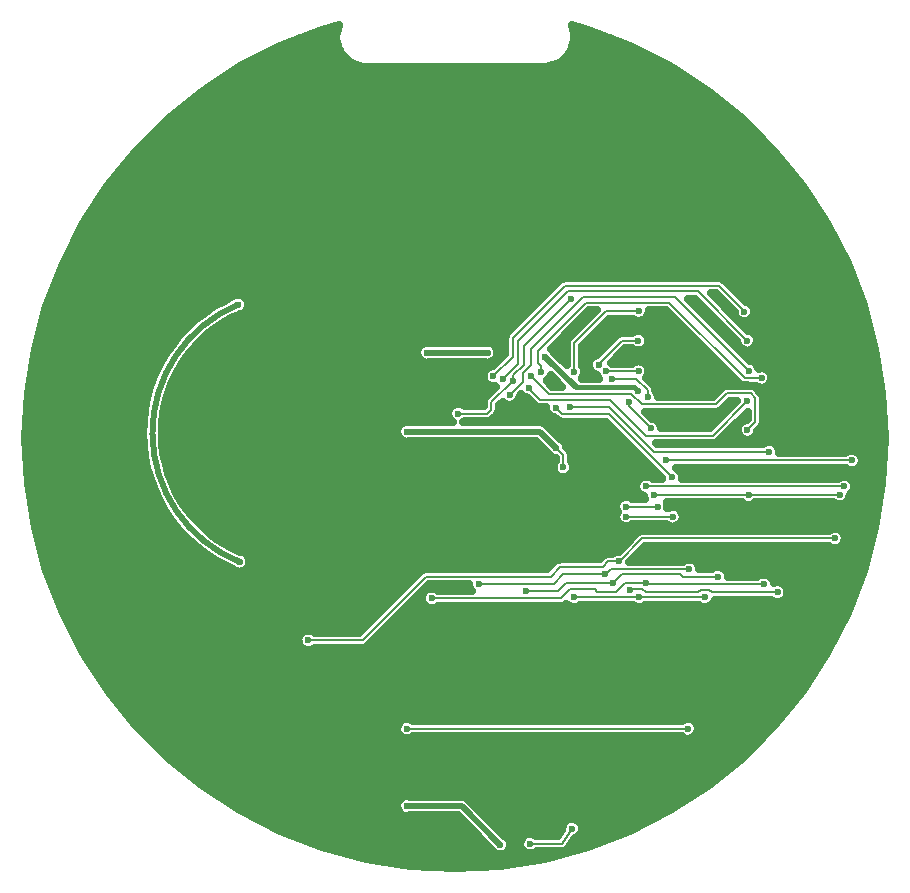
<source format=gbr>
%TF.GenerationSoftware,Novarm,DipTrace,3.0.0.2*%
%TF.CreationDate,2016-12-19T10:05:57+01:00*%
%FSLAX26Y26*%
%MOIN*%
%TF.FileFunction,Copper,L2,Bot*%
%TF.Part,Single*%
%TA.AperFunction,Conductor*%
%ADD13C,0.007874*%
%ADD14C,0.019685*%
%ADD15C,0.015748*%
%TA.AperFunction,CopperBalancing*%
%ADD16C,0.025*%
%TA.AperFunction,ViaPad*%
%ADD41C,0.023622*%
G75*
G01*
%LPD*%
X2297073Y1592756D2*
D13*
X2258119Y1631710D1*
Y1844545D1*
X2096417Y2509085D2*
X2070751D1*
X2296337D1*
X2432122Y2644870D1*
X2032951Y2322559D2*
X2070751Y2360358D1*
Y2509085D1*
X1887092Y2103823D2*
X1948777D1*
X1995655D1*
X2039762Y2147930D1*
Y2322559D1*
X2032951D1*
X1948777Y2103823D2*
Y2024783D1*
X1966172Y1975609D2*
X1929755D1*
X1880580Y2024783D1*
X1948777D1*
X1633177Y1889024D2*
D14*
X1763001Y2018848D1*
X1948777D1*
D13*
Y2024783D1*
X1793554Y813228D2*
X1635593D1*
X1793554D2*
X1949798D1*
X1776856Y2155421D2*
D14*
X1978343D1*
X2480736Y2027161D2*
D15*
X2467707Y2040190D1*
X2272033D1*
D14*
X2170623Y2141600D1*
X2206865Y1837832D2*
X2152514Y1892184D1*
X1709824D1*
Y644001D2*
X1891955D1*
X2020079Y515878D1*
X1151429Y1458286D2*
G02X1147692Y2315941I172626J429588D01*
G01*
X2231113Y1772769D2*
D13*
Y1813585D1*
X2206865Y1837832D1*
X2646516Y901669D2*
X1709824D1*
X2156738Y2089606D2*
Y2110734D1*
X2145197Y2122274D1*
Y2160497D1*
X2306785Y2322085D1*
X2584039D1*
X2835007Y2071118D1*
X2891592D1*
X1950417Y1384920D2*
X2199988D1*
X2231139Y1416071D1*
X2370364D1*
Y1414844D1*
X2388339Y1432819D1*
X2650757D1*
X2052640Y2014336D2*
X2096101Y2057797D1*
Y2088248D1*
X2122470Y2114615D1*
Y2166491D1*
X2296720Y2340741D1*
X2603635D1*
X2849163Y2095214D1*
X2834555Y2292614D2*
X2835486D1*
X2750268Y2377832D1*
X2235312D1*
X2062325Y2204845D1*
Y2142255D1*
X1997812Y2077741D1*
X2114988Y2038583D2*
X2114050D1*
X2154583Y1998050D1*
X2387079D1*
X2506269Y1878860D1*
X2729224D1*
X2844612Y1994247D1*
X2123139Y2078382D2*
X2184106Y2017415D1*
X2456988D1*
X2491377Y1983026D1*
X2739184D1*
X2775731Y2019573D1*
X2854887D1*
X2869974Y2004487D1*
Y1923446D1*
X2844612Y1898084D1*
X2267030Y2090896D2*
Y2187000D1*
X2374098Y2294068D1*
X2481811D1*
X2028196Y2068059D2*
X2079403Y2119266D1*
Y2194270D1*
X2245327Y2360194D1*
X2679098D1*
X2843831Y2195462D1*
X2348482Y2114419D2*
Y2117000D1*
X2427236Y2195755D1*
X2481097D1*
X2372850Y2093933D2*
X2481762D1*
X2393516Y2069025D2*
X2473097D1*
X2511787Y2030335D1*
Y2008445D1*
X2449062Y1990945D2*
Y1976773D1*
X2522854Y1902980D1*
X2574503Y1796115D2*
X3192367D1*
X2107898Y1361080D2*
X2213041D1*
X2239291Y1387331D1*
X2395546D1*
X2424819Y1416602D1*
X2619915D1*
X2628189Y1408328D1*
X2747822D1*
X2439799Y1642192D2*
X2544732D1*
X2416066Y1459453D2*
X2380234D1*
X2362033Y1441252D1*
X2220845D1*
X2188209Y1408615D1*
X1773984D1*
X1561567Y1196198D1*
X1380585D1*
X2416066Y1459453D2*
Y1458252D1*
X2494285Y1536471D1*
X3136504D1*
X2452173Y1364175D2*
Y1367453D1*
X2494551D1*
X2505839Y1356165D1*
X2680657D1*
X2689463Y1364971D1*
X2717715D1*
X2725710Y1356975D1*
X2944697D1*
X2254270Y1974322D2*
X2384161D1*
X2533803Y1824680D1*
X2917484D1*
X2507080Y1709718D2*
X3167858D1*
X1792937Y1336461D2*
X2223895D1*
X2253794Y1366360D1*
X2336396D1*
X2344042Y1358714D1*
X2404844D1*
X2435427Y1389297D1*
X2507080D1*
X2899306Y1383714D2*
X2507080D1*
Y1389297D1*
X2120079Y518144D2*
X2227369D1*
X2259356Y568790D1*
X3151971Y1682047D2*
X2989108D1*
X2849047Y1681172D1*
X2532315D1*
X2265378Y1340089D2*
X2483266D1*
X2702997D1*
X2206844Y1971438D2*
X2227627Y1950656D1*
X2382689D1*
X2592681Y1740664D1*
X2439799Y1608793D2*
X2595504D1*
X2061575Y2060652D2*
X2064060Y2063138D1*
Y2080236D1*
X2099828Y2116004D1*
Y2179041D1*
X2254816Y2334029D1*
X1880303Y1951450D2*
X1976354D1*
X1990723Y1965819D1*
Y1989801D1*
X2061575Y2060652D1*
D41*
X2297073Y1592756D3*
X2258119Y1844545D3*
X2096417Y2509085D3*
X2432122Y2644870D3*
X2032951Y2322559D3*
X1887092Y2103823D3*
X2032951Y2322559D3*
X1948777Y2024783D3*
X1966172Y1975609D3*
X1633177Y1889024D3*
X1793554Y813228D3*
X1635593D3*
X1949798D3*
X1793554D3*
X1776856Y2155421D3*
X1978343D3*
X2170623Y2141600D3*
X2480736Y2027161D3*
X2206865Y1837832D3*
X1709824Y1892184D3*
Y644001D3*
X2020079Y515878D3*
X1709824Y1892184D3*
X1151429Y1458286D3*
X1147692Y2315941D3*
X2231113Y1772769D3*
X2206865Y1837832D3*
X2646516Y901669D3*
X1709824D3*
X2156738Y2089606D3*
X2891592Y2071118D3*
X1950417Y1384920D3*
X2370364Y1416071D3*
X2650757Y1432819D3*
X2052640Y2014336D3*
X2849163Y2095214D3*
X2834555Y2292614D3*
X1997812Y2077741D3*
X2114988Y2038583D3*
X2844612Y1994247D3*
X2123139Y2078382D3*
X2844612Y1898084D3*
X2267030Y2090896D3*
X2481811Y2294068D3*
X2028196Y2068059D3*
X2843831Y2195462D3*
X2348482Y2114419D3*
X2481097Y2195755D3*
X2372850Y2093933D3*
X2481762D3*
X2393516Y2069025D3*
X2511787Y2008445D3*
X2449062Y1990945D3*
X2522854Y1902980D3*
X2574503Y1796115D3*
X3192367D3*
X2107898Y1361080D3*
X2395546Y1387331D3*
X2747822Y1408328D3*
X2439799Y1642192D3*
X2544732D3*
X2416066Y1459453D3*
X1380585Y1196198D3*
X3136504Y1536471D3*
X2416066Y1459453D3*
X2944697Y1356975D3*
X2452173Y1364175D3*
X2254270Y1974322D3*
X2917484Y1824680D3*
X2507080Y1709718D3*
X3167858D3*
X1792937Y1336461D3*
X2507080Y1389297D3*
X2899306Y1383714D3*
X2120079Y518144D3*
X2259356Y568790D3*
X3151971Y1682047D3*
X2532315Y1681172D3*
X2849047D3*
X2265378Y1340089D3*
X2702997D3*
X2483266D3*
X2206844Y1971438D3*
X2592681Y1740664D3*
X2439799Y1608793D3*
X2595504D3*
X2061575Y2060652D3*
X2254816Y2334029D3*
X1880303Y1951450D3*
X2061575Y2060652D3*
X1418293Y3227811D2*
D16*
X1474768D1*
X2266145D2*
X2321887D1*
X1353498Y3202942D2*
X1471545D1*
X2269416D2*
X2386682D1*
X1289045Y3178073D2*
X1477844D1*
X2263117D2*
X2451135D1*
X1240217Y3153205D2*
X1487903D1*
X2253059D2*
X2499914D1*
X1191389Y3128336D2*
X1512268D1*
X2228694D2*
X2548742D1*
X1145588Y3103467D2*
X2594592D1*
X1107307Y3078598D2*
X2632873D1*
X1068977Y3053730D2*
X2671155D1*
X1030696Y3028861D2*
X2709485D1*
X999983Y3003992D2*
X2740198D1*
X969270Y2979123D2*
X2770910D1*
X938557Y2954255D2*
X2801574D1*
X909065Y2929386D2*
X2831115D1*
X884162Y2904517D2*
X2855969D1*
X859309Y2879648D2*
X2880823D1*
X834455Y2854780D2*
X2905725D1*
X809602Y2829911D2*
X2930578D1*
X789192Y2805042D2*
X2950989D1*
X769026Y2780173D2*
X2971106D1*
X748908Y2755304D2*
X2991272D1*
X728742Y2730436D2*
X3011389D1*
X709651Y2705567D2*
X3030530D1*
X693489Y2680698D2*
X3046643D1*
X677326Y2655829D2*
X3062805D1*
X661213Y2630961D2*
X3078967D1*
X645051Y2606092D2*
X3095129D1*
X629573Y2581223D2*
X3110559D1*
X616926Y2556354D2*
X3123254D1*
X604231Y2531486D2*
X3135901D1*
X591584Y2506617D2*
X3148596D1*
X578889Y2481748D2*
X3161242D1*
X566242Y2456879D2*
X3173938D1*
X556184Y2432010D2*
X3183996D1*
X546614Y2407142D2*
X3193567D1*
X537092Y2382273D2*
X2201770D1*
X2783821D2*
X3203088D1*
X527522Y2357404D2*
X2176916D1*
X2808674D2*
X3212658D1*
X518000Y2332535D2*
X1107043D1*
X1178694D2*
X2152063D1*
X2649836D2*
X2668762D1*
X2744709D2*
X2757555D1*
X2833528D2*
X3222180D1*
X509016Y2307667D2*
X1061389D1*
X1182112D2*
X2127160D1*
X2674690D2*
X2693664D1*
X2769612D2*
X2782461D1*
X2866389D2*
X3231164D1*
X502326Y2282798D2*
X1025207D1*
X1152278D2*
X2102307D1*
X2305451D2*
X2324865D1*
X2515315D2*
X2585364D1*
X2699543D2*
X2718518D1*
X2868537D2*
X3237805D1*
X495686Y2257929D2*
X994690D1*
X1103938D2*
X2077453D1*
X2280598D2*
X2299963D1*
X2375959D2*
X2610217D1*
X2724446D2*
X2743371D1*
X2819319D2*
X3244494D1*
X489045Y2233060D2*
X968420D1*
X1067268D2*
X2052551D1*
X2255744D2*
X2275110D1*
X2351057D2*
X2635071D1*
X2749299D2*
X2768274D1*
X2844221D2*
X3251135D1*
X482356Y2208192D2*
X945520D1*
X1037190D2*
X2034973D1*
X2230891D2*
X2250256D1*
X2326203D2*
X2401721D1*
X2514143D2*
X2659973D1*
X2774153D2*
X2793127D1*
X2876740D2*
X3257776D1*
X475715Y2183323D2*
X925940D1*
X1011897D2*
X1756799D1*
X1998420D2*
X2034729D1*
X2205989D2*
X2239465D1*
X2301350D2*
X2376819D1*
X2514143D2*
X2684826D1*
X2799006D2*
X2810657D1*
X2876985D2*
X3264465D1*
X470051Y2158454D2*
X908703D1*
X990266D2*
X1741516D1*
X2013655D2*
X2034729D1*
X2201448D2*
X2239465D1*
X2294612D2*
X2351965D1*
X2427912D2*
X2709680D1*
X2823908D2*
X3270080D1*
X466145Y2133585D2*
X893420D1*
X971614D2*
X1749670D1*
X2005549D2*
X2015676D1*
X2224983D2*
X2239465D1*
X2294612D2*
X2319153D1*
X2403059D2*
X2734582D1*
X2848762D2*
X3274035D1*
X462190Y2108717D2*
X879797D1*
X955500D2*
X1983996D1*
X2297248D2*
X2313489D1*
X2513752D2*
X2759436D1*
X2881721D2*
X3277990D1*
X458235Y2083848D2*
X868371D1*
X941633D2*
X1962903D1*
X2301740D2*
X2333606D1*
X2515657D2*
X2784289D1*
X2924494D2*
X3281897D1*
X454328Y2058979D2*
X858557D1*
X930158D2*
X1968176D1*
X2180500D2*
X2206897D1*
X2521125D2*
X2809192D1*
X2924739D2*
X3285852D1*
X450373Y2034110D2*
X849914D1*
X920442D2*
X1997033D1*
X2539094D2*
X2752307D1*
X2878303D2*
X3289807D1*
X447541Y2009241D2*
X842981D1*
X912287D2*
X1972180D1*
X2087727D2*
X2097419D1*
X2547248D2*
X2727405D1*
X2897102D2*
X3292590D1*
X446223Y1984373D2*
X837463D1*
X905647D2*
X1963147D1*
X2023274D2*
X2036389D1*
X2068879D2*
X2130285D1*
X2778498D2*
X2796747D1*
X2897541D2*
X3293908D1*
X444953Y1959504D2*
X832922D1*
X900764D2*
X1845813D1*
X2017512D2*
X2173596D1*
X2750422D2*
X2771887D1*
X2897541D2*
X3295227D1*
X443635Y1934635D2*
X830090D1*
X897444D2*
X1849426D1*
X1997492D2*
X2205676D1*
X2534602D2*
X2747033D1*
X2822981D2*
X2842395D1*
X2897541D2*
X3296496D1*
X442317Y1909766D2*
X828430D1*
X895442D2*
X1679455D1*
X2181282D2*
X2385608D1*
X2557600D2*
X2722131D1*
X2798127D2*
X2811291D1*
X2893489D2*
X3297815D1*
X441047Y1884898D2*
X827600D1*
X894660D2*
X1675158D1*
X2206135D2*
X2410461D1*
X2773225D2*
X2811877D1*
X2877326D2*
X3299133D1*
X440803Y1860029D2*
X828674D1*
X895735D2*
X1700012D1*
X1719617D2*
X2138342D1*
X2233723D2*
X2435364D1*
X2748274D2*
X3299377D1*
X442073Y1835160D2*
X830725D1*
X898176D2*
X2163196D1*
X2247492D2*
X2460217D1*
X2951252D2*
X3298059D1*
X443391Y1810291D2*
X833801D1*
X901887D2*
X2186242D1*
X2258674D2*
X2485071D1*
X3224641D2*
X3296789D1*
X444709Y1785423D2*
X838684D1*
X906965D2*
X2198157D1*
X2264045D2*
X2509924D1*
X3226057D2*
X3295471D1*
X445979Y1760554D2*
X844543D1*
X914045D2*
X2198010D1*
X2264240D2*
X2534826D1*
X2621467D2*
X3294153D1*
X447297Y1735685D2*
X851721D1*
X922639D2*
X2484240D1*
X2529914D2*
X2557580D1*
X2627766D2*
X3145032D1*
X3190657D2*
X3292834D1*
X449592Y1710816D2*
X860803D1*
X932844D2*
X2471643D1*
X3203303D2*
X3290539D1*
X453547Y1685948D2*
X871057D1*
X944856D2*
X2481750D1*
X3193196D2*
X3286584D1*
X457502Y1661079D2*
X882727D1*
X959016D2*
X2410266D1*
X3179914D2*
X3282678D1*
X461457Y1636210D2*
X896838D1*
X975715D2*
X2404895D1*
X2616340D2*
X3278723D1*
X465364Y1611341D2*
X912707D1*
X995051D2*
X2404407D1*
X2630891D2*
X3274768D1*
X469319Y1586472D2*
X930530D1*
X1017512D2*
X2413049D1*
X2622297D2*
X3270862D1*
X474397Y1561604D2*
X950793D1*
X1043782D2*
X3112658D1*
X3160334D2*
X3265735D1*
X481086Y1536735D2*
X974182D1*
X1075032D2*
X2456555D1*
X3171955D2*
X3259094D1*
X487727Y1511866D2*
X1001379D1*
X1114533D2*
X2431701D1*
X3160969D2*
X3252405D1*
X494416Y1486997D2*
X1033069D1*
X1170149D2*
X2395422D1*
X2482795D2*
X3245764D1*
X501057Y1462129D2*
X1071301D1*
X1186653D2*
X2204455D1*
X2457942D2*
X2633166D1*
X2668342D2*
X3239074D1*
X507746Y1437260D2*
X1120080D1*
X1179328D2*
X2178869D1*
X2685920D2*
X2729504D1*
X2766145D2*
X3232434D1*
X516145Y1412391D2*
X1739807D1*
X2783039D2*
X2880530D1*
X2918098D2*
X3223987D1*
X525715Y1387522D2*
X1714905D1*
X2959602D2*
X3214465D1*
X535237Y1362654D2*
X1690051D1*
X1815461D2*
X1923596D1*
X2979670D2*
X3204895D1*
X544807Y1337785D2*
X1665198D1*
X1741145D2*
X1757465D1*
X2974006D2*
X3195373D1*
X554328Y1312916D2*
X1640295D1*
X1716242D2*
X1767346D1*
X2235041D2*
X2244181D1*
X2286555D2*
X2462073D1*
X2504426D2*
X2681799D1*
X2724153D2*
X3185803D1*
X563899Y1288047D2*
X1615442D1*
X1691389D2*
X3176282D1*
X576496Y1263178D2*
X1590588D1*
X1666535D2*
X3163684D1*
X589143Y1238310D2*
X1565686D1*
X1641633D2*
X3150989D1*
X601838Y1213441D2*
X1349963D1*
X1616780D2*
X3138342D1*
X614485Y1188572D2*
X1346008D1*
X1591926D2*
X3125647D1*
X627180Y1163703D2*
X1372473D1*
X1388670D2*
X3113000D1*
X641926Y1138835D2*
X3098205D1*
X658088Y1113966D2*
X3082043D1*
X674250Y1089097D2*
X3065930D1*
X690412Y1064228D2*
X3049768D1*
X706526Y1039360D2*
X3033606D1*
X724885Y1014491D2*
X3015246D1*
X745051Y989622D2*
X2995129D1*
X765168Y964753D2*
X2975012D1*
X785285Y939885D2*
X2954846D1*
X805451Y915016D2*
X1677160D1*
X2679182D2*
X2934729D1*
X829670Y890147D2*
X1676428D1*
X2679914D2*
X2910461D1*
X854524Y865278D2*
X2885608D1*
X879426Y840409D2*
X2860754D1*
X904280Y815541D2*
X2835852D1*
X932698Y790672D2*
X2807483D1*
X963362Y765803D2*
X2776770D1*
X994074Y740934D2*
X2746057D1*
X1024787Y716066D2*
X2715344D1*
X1061653Y691197D2*
X2678528D1*
X1099934Y666328D2*
X1683069D1*
X1915949D2*
X2640198D1*
X1138215Y641459D2*
X1674426D1*
X1940803D2*
X2601916D1*
X1182063Y616591D2*
X1688977D1*
X1965705D2*
X2558117D1*
X1230842Y591722D2*
X1897912D1*
X1990559D2*
X2233166D1*
X2285530D2*
X2509289D1*
X1279670Y566853D2*
X1922766D1*
X2015412D2*
X2223938D1*
X2294758D2*
X2460510D1*
X1341047Y541984D2*
X1947668D1*
X2042707D2*
X2094787D1*
X2281037D2*
X2399084D1*
X1405842Y517115D2*
X1972522D1*
X2055549D2*
X2084631D1*
X2258869D2*
X2334289D1*
X1488215Y492247D2*
X1994592D1*
X2045588D2*
X2097180D1*
X2143000D2*
X2251916D1*
X1585383Y467378D2*
X2154797D1*
X1781916Y442509D2*
X1958264D1*
X1478325Y3231734D2*
X1482422Y3247023D1*
X1427343Y3232264D1*
X1287381Y3178524D1*
X1153803Y3110447D1*
X1028073Y3028781D1*
X911569Y2934419D1*
X805565Y2828398D1*
X711231Y2711883D1*
X629582Y2586131D1*
X561530Y2452541D1*
X507814Y2312570D1*
X469024Y2167750D1*
X445583Y2019669D1*
X437752Y1869949D1*
X445612Y1720230D1*
X469079Y1572153D1*
X507895Y1427341D1*
X561636Y1287380D1*
X629713Y1153802D1*
X711378Y1028072D1*
X805740Y911567D1*
X911761Y805565D1*
X1028284Y711225D1*
X1154029Y629581D1*
X1287618Y561528D1*
X1427590Y507814D1*
X1572409Y469024D1*
X1720490Y445583D1*
X1870200Y437751D1*
X2019928Y445610D1*
X2168004Y469078D1*
X2312817Y507894D1*
X2452778Y561635D1*
X2586356Y629711D1*
X2712086Y711377D1*
X2828590Y805738D1*
X2934593Y911760D1*
X3028933Y1028282D1*
X3110577Y1154027D1*
X3178629Y1287617D1*
X3232344Y1427588D1*
X3271134Y1572408D1*
X3294574Y1720489D1*
X3302407Y1870208D1*
X3294549Y2019926D1*
X3271081Y2168002D1*
X3232268Y2312806D1*
X3178525Y2452777D1*
X3110449Y2586354D1*
X3028782Y2712084D1*
X2934421Y2828589D1*
X2828399Y2934593D1*
X2711877Y3028932D1*
X2586132Y3110576D1*
X2452543Y3178628D1*
X2312571Y3232344D1*
X2258567Y3246800D1*
X2266592Y3216405D1*
X2267289Y3209773D1*
X2266940Y3203113D1*
X2265855Y3197660D1*
X2256953Y3164945D1*
X2254241Y3158853D1*
X2250609Y3153260D1*
X2246942Y3149080D1*
X2222876Y3125200D1*
X2217481Y3121280D1*
X2211538Y3118253D1*
X2206276Y3116467D1*
X2173493Y3107818D1*
X2165748Y3107106D1*
X1571864Y3107236D1*
X1564198Y3108553D1*
X1531484Y3117455D1*
X1525391Y3120167D1*
X1519798Y3123800D1*
X1515619Y3127464D1*
X1491737Y3151530D1*
X1487817Y3156925D1*
X1484789Y3162867D1*
X1483002Y3168132D1*
X1474353Y3200915D1*
X1473656Y3207547D1*
X1474005Y3214207D1*
X1475090Y3219660D1*
X1478325Y3231734D1*
X1788037Y2186425D2*
X1967139D1*
X1973184Y2187988D1*
X1980930Y2188292D1*
X1988532Y2186780D1*
X1995571Y2183535D1*
X2001658Y2178736D1*
X2006456Y2172649D1*
X2009701Y2165610D1*
X2011213Y2158008D1*
X2010909Y2150263D1*
X2008805Y2142803D1*
X2005018Y2136041D1*
X1999756Y2130349D1*
X1993312Y2126043D1*
X1986040Y2123360D1*
X1978343Y2122449D1*
X1970645Y2123360D1*
X1967157Y2124430D1*
X1788059Y2124417D1*
X1782014Y2122855D1*
X1774269Y2122550D1*
X1766667Y2124063D1*
X1759628Y2127308D1*
X1753541Y2132106D1*
X1748742Y2138193D1*
X1745497Y2145232D1*
X1743985Y2152834D1*
X1744289Y2160579D1*
X1746393Y2168039D1*
X1750180Y2174802D1*
X1755442Y2180494D1*
X1761886Y2184800D1*
X1769158Y2187483D1*
X1776856Y2188394D1*
X1784553Y2187483D1*
X1788041Y2186412D1*
X2291906Y2069226D2*
X2350988D1*
X2346175Y2074552D1*
X2342388Y2081315D1*
X2342111Y2082065D1*
X2335864Y2083956D1*
X2329101Y2087743D1*
X2323409Y2093005D1*
X2319103Y2099449D1*
X2316420Y2106721D1*
X2315509Y2114419D1*
X2316420Y2122116D1*
X2319103Y2129388D1*
X2323409Y2135833D1*
X2329101Y2141094D1*
X2335864Y2144881D1*
X2342917Y2146904D1*
X2410936Y2214840D1*
X2415842Y2218117D1*
X2421377Y2220160D1*
X2427567Y2220840D1*
X2459707Y2220853D1*
X2466128Y2225133D1*
X2473400Y2227816D1*
X2481097Y2228727D1*
X2488794Y2227816D1*
X2496066Y2225133D1*
X2502511Y2220827D1*
X2507772Y2215135D1*
X2511560Y2208373D1*
X2513664Y2200913D1*
X2513968Y2193168D1*
X2512456Y2185566D1*
X2509211Y2178527D1*
X2504412Y2172440D1*
X2498325Y2167641D1*
X2491286Y2164396D1*
X2483684Y2162884D1*
X2475939Y2163188D1*
X2468479Y2165292D1*
X2461716Y2169079D1*
X2459707Y2170663D1*
X2437591Y2170656D1*
X2389430Y2122454D1*
X2394240Y2119024D1*
X2460399Y2119032D1*
X2466793Y2123312D1*
X2474065Y2125994D1*
X2481762Y2126906D1*
X2489460Y2125994D1*
X2496732Y2123312D1*
X2503176Y2119006D1*
X2508438Y2113314D1*
X2512225Y2106551D1*
X2514329Y2099091D1*
X2514633Y2091346D1*
X2513121Y2083744D1*
X2509876Y2076705D1*
X2505991Y2071606D1*
X2532092Y2045087D1*
X2534975Y2039939D1*
X2536577Y2034261D1*
X2536886Y2029798D1*
X2539901Y2025673D1*
X2543146Y2018634D1*
X2544658Y2011032D1*
X2544747Y2008111D1*
X2728828Y2008125D1*
X2759431Y2038659D1*
X2764336Y2041936D1*
X2769872Y2043979D1*
X2776062Y2044659D1*
X2856856Y2044595D1*
X2862643Y2043444D1*
X2868001Y2040973D1*
X2872859Y2037078D1*
X2890279Y2019239D1*
X2893162Y2014092D1*
X2894763Y2008413D1*
X2895072Y2004487D1*
X2894763Y1919520D1*
X2893162Y1913841D1*
X2890279Y1908694D1*
X2887721Y1905699D1*
X2877467Y1895444D1*
X2875970Y1887895D1*
X2872725Y1880856D1*
X2867927Y1874769D1*
X2861840Y1869970D1*
X2854801Y1866725D1*
X2847199Y1865213D1*
X2839454Y1865517D1*
X2831994Y1867621D1*
X2825231Y1871409D1*
X2819539Y1876670D1*
X2815233Y1883115D1*
X2812550Y1890387D1*
X2811639Y1898084D1*
X2812550Y1905781D1*
X2815233Y1913053D1*
X2819539Y1919498D1*
X2825231Y1924759D1*
X2831994Y1928547D1*
X2839454Y1930650D1*
X2841994Y1930951D1*
X2844872Y1933839D1*
X2844681Y1958822D1*
X2743977Y1858555D1*
X2738829Y1855672D1*
X2733151Y1854070D1*
X2729224Y1853761D1*
X2540211D1*
X2544197Y1849781D1*
X2896059Y1849778D1*
X2902515Y1854058D1*
X2909787Y1856741D1*
X2917484Y1857652D1*
X2925182Y1856741D1*
X2932453Y1854058D1*
X2938898Y1849752D1*
X2944160Y1844061D1*
X2947947Y1837298D1*
X2950051Y1829838D1*
X2950355Y1822093D1*
X2950249Y1821199D1*
X3170938Y1821214D1*
X3177398Y1825494D1*
X3184670Y1828177D1*
X3192367Y1829088D1*
X3200065Y1828177D1*
X3207337Y1825494D1*
X3213781Y1821188D1*
X3219043Y1815496D1*
X3222830Y1808733D1*
X3224934Y1801274D1*
X3225238Y1793528D1*
X3223726Y1785926D1*
X3220481Y1778887D1*
X3215682Y1772800D1*
X3209596Y1768002D1*
X3202556Y1764757D1*
X3194954Y1763245D1*
X3187209Y1763549D1*
X3179749Y1765653D1*
X3172987Y1769440D1*
X3170977Y1771024D1*
X2605600Y1771017D1*
X2612062Y1767339D1*
X2617754Y1762078D1*
X2622060Y1755633D1*
X2624743Y1748361D1*
X2625654Y1740664D1*
X2625108Y1734802D1*
X3146484Y1734816D1*
X3152889Y1739097D1*
X3160161Y1741779D1*
X3167858Y1742690D1*
X3175556Y1741779D1*
X3182827Y1739097D1*
X3189272Y1734790D1*
X3194534Y1729099D1*
X3198321Y1722336D1*
X3200425Y1714876D1*
X3200729Y1707131D1*
X3199217Y1699529D1*
X3195972Y1692490D1*
X3191173Y1686403D1*
X3185086Y1681604D1*
X3184033Y1674350D1*
X3181350Y1667078D1*
X3177044Y1660633D1*
X3171352Y1655372D1*
X3164589Y1651585D1*
X3157129Y1649481D1*
X3149384Y1649176D1*
X3141782Y1650689D1*
X3134743Y1653934D1*
X3130581Y1656956D1*
X2939265Y1656637D1*
X2870461Y1656099D1*
X2864016Y1651793D1*
X2856745Y1649111D1*
X2849047Y1648199D1*
X2841350Y1649111D1*
X2834078Y1651793D1*
X2827657Y1656081D1*
X2574682Y1656073D1*
X2576794Y1649889D1*
X2577705Y1642192D1*
X2577127Y1636171D1*
X2582886Y1639255D1*
X2590346Y1641359D1*
X2598091Y1641663D1*
X2605693Y1640151D1*
X2612732Y1636906D1*
X2618819Y1632108D1*
X2623618Y1626021D1*
X2626863Y1618982D1*
X2628375Y1611380D1*
X2628070Y1603635D1*
X2625967Y1596175D1*
X2622179Y1589412D1*
X2616918Y1583720D1*
X2610473Y1579414D1*
X2603201Y1576731D1*
X2595504Y1575820D1*
X2587807Y1576731D1*
X2580535Y1579414D1*
X2574114Y1583701D1*
X2461178Y1583694D1*
X2454768Y1579414D1*
X2447496Y1576731D1*
X2439799Y1575820D1*
X2432102Y1576731D1*
X2424830Y1579414D1*
X2418385Y1583720D1*
X2413124Y1589412D1*
X2409337Y1596175D1*
X2407233Y1603635D1*
X2406928Y1611380D1*
X2408441Y1618982D1*
X2411384Y1625482D1*
X2408441Y1632003D1*
X2406928Y1639605D1*
X2407233Y1647350D1*
X2409337Y1654810D1*
X2413124Y1661572D1*
X2418385Y1667264D1*
X2424830Y1671570D1*
X2432102Y1674253D1*
X2439799Y1675164D1*
X2447496Y1674253D1*
X2454768Y1671570D1*
X2461189Y1667283D1*
X2502446Y1667290D1*
X2500254Y1673475D1*
X2499383Y1677656D1*
X2492111Y1680339D1*
X2485666Y1684645D1*
X2480405Y1690337D1*
X2476617Y1697100D1*
X2474514Y1704560D1*
X2474209Y1712305D1*
X2475721Y1719907D1*
X2478966Y1726946D1*
X2483765Y1733033D1*
X2489852Y1737831D1*
X2496891Y1741077D1*
X2504493Y1742589D1*
X2512238Y1742284D1*
X2519698Y1740180D1*
X2526461Y1736393D1*
X2528470Y1734809D1*
X2560254Y1734816D1*
X2559814Y1738047D1*
X2372297Y1925554D1*
X2225658Y1925635D1*
X2219871Y1926786D1*
X2214513Y1929256D1*
X2209655Y1933152D1*
X2204183Y1938605D1*
X2199147Y1939377D1*
X2191875Y1942060D1*
X2185430Y1946366D1*
X2180169Y1952058D1*
X2176381Y1958820D1*
X2174277Y1966280D1*
X2173931Y1972964D1*
X2150656Y1973260D1*
X2144978Y1974862D1*
X2139830Y1977745D1*
X2136835Y1980302D1*
X2111320Y2005818D1*
X2104799Y2007224D1*
X2097760Y2010469D1*
X2091673Y2015268D1*
X2090417Y2016627D1*
X2085502Y2011703D1*
X2083999Y2004147D1*
X2080754Y1997108D1*
X2075955Y1991021D1*
X2069868Y1986222D1*
X2062829Y1982977D1*
X2055227Y1981465D1*
X2047482Y1981769D1*
X2040022Y1983873D1*
X2033260Y1987661D1*
X2028412Y1992009D1*
X2015827Y1979410D1*
X2015513Y1961893D1*
X2013911Y1956214D1*
X2011028Y1951066D1*
X2008470Y1948072D1*
X1991107Y1931145D1*
X1985959Y1928262D1*
X1980281Y1926661D1*
X1976354Y1926352D1*
X1901696D1*
X1897324Y1923188D1*
X2154947Y1923092D1*
X2162095Y1921670D1*
X2168714Y1918619D1*
X2174438Y1914107D1*
X2220876Y1867668D1*
X2226246Y1864507D1*
X2231937Y1859246D1*
X2236243Y1852801D1*
X2238926Y1845529D1*
X2239732Y1840449D1*
X2251418Y1828338D1*
X2254301Y1823191D1*
X2255902Y1817512D1*
X2256211Y1813585D1*
Y1794201D1*
X2260492Y1787738D1*
X2263174Y1780466D1*
X2264085Y1772769D1*
X2263174Y1765072D1*
X2260492Y1757800D1*
X2256185Y1751355D1*
X2250494Y1746094D1*
X2243731Y1742306D1*
X2236271Y1740203D1*
X2228526Y1739898D1*
X2220924Y1741410D1*
X2213885Y1744655D1*
X2207798Y1749454D1*
X2202999Y1755541D1*
X2199754Y1762580D1*
X2198242Y1770182D1*
X2198546Y1777927D1*
X2200650Y1785387D1*
X2204438Y1792150D1*
X2206022Y1794159D1*
X2206014Y1803189D1*
X2204216Y1804987D1*
X2199168Y1805771D1*
X2191896Y1808453D1*
X2185451Y1812760D1*
X2180190Y1818451D1*
X2177042Y1823827D1*
X2139677Y1861174D1*
X1721020Y1861180D1*
X1714982Y1859617D1*
X1707237Y1859313D1*
X1699635Y1860825D1*
X1692596Y1864070D1*
X1686509Y1868869D1*
X1681711Y1874956D1*
X1678465Y1881995D1*
X1676953Y1889597D1*
X1677258Y1897342D1*
X1679362Y1904802D1*
X1683149Y1911564D1*
X1688410Y1917256D1*
X1694855Y1921562D1*
X1702127Y1924245D1*
X1709824Y1925156D1*
X1717521Y1924245D1*
X1721009Y1923175D1*
X1863075Y1923337D1*
X1856988Y1928135D1*
X1852190Y1934222D1*
X1848944Y1941261D1*
X1847432Y1948863D1*
X1847737Y1956608D1*
X1849841Y1964068D1*
X1853628Y1970831D1*
X1858889Y1976523D1*
X1865334Y1980829D1*
X1872606Y1983512D1*
X1880303Y1984423D1*
X1888000Y1983512D1*
X1895272Y1980829D1*
X1901693Y1976541D1*
X1965606Y1976549D1*
X1965934Y1993727D1*
X1967535Y1999405D1*
X1970418Y2004553D1*
X1972976Y2007548D1*
X2007675Y2042247D1*
X2004270Y2045405D1*
X1997812Y2044769D1*
X1990115Y2045680D1*
X1982843Y2048363D1*
X1976398Y2052669D1*
X1971137Y2058361D1*
X1967350Y2065123D1*
X1965246Y2072583D1*
X1964942Y2080328D1*
X1966454Y2087931D1*
X1969699Y2094970D1*
X1974497Y2101057D1*
X1980584Y2105855D1*
X1987623Y2109100D1*
X1995195Y2110609D1*
X2037207Y2152631D1*
X2037304Y2206814D1*
X2038455Y2212601D1*
X2040925Y2217959D1*
X2044821Y2222817D1*
X2219012Y2396917D1*
X2223918Y2400195D1*
X2229453Y2402237D1*
X2235643Y2402918D1*
X2752237Y2402853D1*
X2758024Y2401702D1*
X2763382Y2399232D1*
X2768240Y2395336D1*
X2838208Y2325387D1*
X2844744Y2323973D1*
X2851783Y2320728D1*
X2857870Y2315929D1*
X2862669Y2309842D1*
X2865914Y2302803D1*
X2867426Y2295201D1*
X2867122Y2287456D1*
X2865018Y2279996D1*
X2861230Y2273233D1*
X2855969Y2267542D1*
X2849524Y2263236D1*
X2842252Y2260553D1*
X2834555Y2259642D1*
X2826858Y2260553D1*
X2819586Y2263236D1*
X2813141Y2267542D1*
X2807880Y2273233D1*
X2804093Y2279996D1*
X2801989Y2287456D1*
X2801647Y2290967D1*
X2739881Y2352725D1*
X2721996Y2352733D1*
X2846450Y2228337D1*
X2854020Y2226821D1*
X2861059Y2223576D1*
X2867146Y2218777D1*
X2871944Y2212690D1*
X2875189Y2205651D1*
X2876702Y2198049D1*
X2876397Y2190304D1*
X2874293Y2182844D1*
X2870506Y2176081D1*
X2865245Y2170390D1*
X2858800Y2166083D1*
X2851528Y2163401D1*
X2843831Y2162490D1*
X2836133Y2163401D1*
X2828862Y2166083D1*
X2822417Y2170390D1*
X2817155Y2176081D1*
X2813368Y2182844D1*
X2811264Y2190304D1*
X2810963Y2192845D1*
X2668676Y2335122D1*
X2644772Y2335096D1*
X2851779Y2128092D1*
X2859352Y2126573D1*
X2866391Y2123328D1*
X2872478Y2118529D1*
X2877276Y2112442D1*
X2880521Y2105403D1*
X2881403Y2102477D1*
X2889005Y2103989D1*
X2896750Y2103685D1*
X2904210Y2101581D1*
X2910973Y2097793D1*
X2916664Y2092532D1*
X2920971Y2086087D1*
X2923653Y2078815D1*
X2924564Y2071118D1*
X2923653Y2063421D1*
X2920971Y2056149D1*
X2916664Y2049704D1*
X2910973Y2044443D1*
X2904210Y2040656D1*
X2896750Y2038552D1*
X2889005Y2038247D1*
X2881403Y2039759D1*
X2874364Y2043004D1*
X2870202Y2046027D1*
X2831080Y2046329D1*
X2825402Y2047930D1*
X2820254Y2050813D1*
X2817259Y2053371D1*
X2573604Y2297026D1*
X2514655Y2296987D1*
X2514682Y2291481D1*
X2513170Y2283879D1*
X2509925Y2276840D1*
X2505126Y2270753D1*
X2499039Y2265955D1*
X2492000Y2262710D1*
X2484398Y2261197D1*
X2476653Y2261502D1*
X2469193Y2263606D1*
X2462430Y2267393D1*
X2460421Y2268977D1*
X2384497Y2268970D1*
X2292098Y2176573D1*
X2292129Y2112244D1*
X2295144Y2108124D1*
X2298389Y2101085D1*
X2299901Y2093483D1*
X2299597Y2085738D1*
X2297493Y2078278D1*
X2293705Y2071516D1*
X2291849Y2069208D1*
X2225906Y2042470D2*
X2188272Y2080104D1*
X2186116Y2074637D1*
X2181810Y2068192D1*
X2176118Y2062931D1*
X2174882Y2062105D1*
X2194508Y2042507D1*
X2225854Y2042513D1*
X2200453Y2155616D2*
X2241954Y2114115D1*
X2242009Y2188969D1*
X2243160Y2194756D1*
X2245630Y2200114D1*
X2249526Y2204972D1*
X2341504Y2296968D1*
X2317194Y2296987D1*
X2189084Y2168890D1*
X2193938Y2164915D1*
X2198737Y2158828D1*
X2200447Y2155605D1*
X1721006Y675005D2*
X1894388Y674910D1*
X1901536Y673488D1*
X1908155Y670437D1*
X1913878Y665924D1*
X1914104Y665680D1*
X2034066Y545737D1*
X2039459Y542553D1*
X2045151Y537292D1*
X2049457Y530847D1*
X2052140Y523575D1*
X2053051Y515878D1*
X2052140Y508181D1*
X2049457Y500909D1*
X2045151Y494464D1*
X2039459Y489203D1*
X2032697Y485415D1*
X2025237Y483311D1*
X2017492Y483007D1*
X2009890Y484519D1*
X2002851Y487764D1*
X1996764Y492563D1*
X1991965Y498650D1*
X1990256Y501873D1*
X1879073Y613037D1*
X1721008Y612997D1*
X1714982Y611435D1*
X1707237Y611131D1*
X1699635Y612643D1*
X1692596Y615888D1*
X1686509Y620686D1*
X1681711Y626773D1*
X1678465Y633812D1*
X1676953Y641414D1*
X1677258Y649159D1*
X1679362Y656619D1*
X1683149Y663382D1*
X1688410Y669074D1*
X1694855Y673380D1*
X1702127Y676063D1*
X1709824Y676974D1*
X1717521Y676063D1*
X1721009Y674992D1*
Y1861193D2*
X1714982Y1859617D1*
X1707237Y1859313D1*
X1699635Y1860825D1*
X1692596Y1864070D1*
X1686509Y1868869D1*
X1681711Y1874956D1*
X1678465Y1881995D1*
X1676953Y1889597D1*
X1677258Y1897342D1*
X1679362Y1904802D1*
X1683149Y1911564D1*
X1688410Y1917256D1*
X1694855Y1921562D1*
X1702127Y1924245D1*
X1709824Y1925156D1*
X1717521Y1924245D1*
X1721009Y1923175D1*
X1128540Y1434572D2*
X1103205Y1446040D1*
X1069044Y1464835D1*
X1036471Y1486267D1*
X1005691Y1510202D1*
X976894Y1536489D1*
X950260Y1564966D1*
X925956Y1595455D1*
X904131Y1627766D1*
X884924Y1661697D1*
X868452Y1697038D1*
X854820Y1733568D1*
X844111Y1771059D1*
X836392Y1809279D1*
X831712Y1847988D1*
X830100Y1886945D1*
X831566Y1925908D1*
X836100Y1964635D1*
X843675Y2002883D1*
X854243Y2040414D1*
X867738Y2076995D1*
X884076Y2112398D1*
X903156Y2146401D1*
X924859Y2178794D1*
X949048Y2209374D1*
X975575Y2237951D1*
X1004273Y2264346D1*
X1034963Y2288396D1*
X1067454Y2309950D1*
X1101545Y2328875D1*
X1124553Y2339435D1*
X1130464Y2344055D1*
X1137503Y2347300D1*
X1145105Y2348812D1*
X1152850Y2348507D1*
X1160310Y2346404D1*
X1167072Y2342616D1*
X1172764Y2337355D1*
X1177070Y2330910D1*
X1179753Y2323638D1*
X1180664Y2315941D1*
X1179753Y2308244D1*
X1177070Y2300972D1*
X1172764Y2294527D1*
X1167072Y2289266D1*
X1160310Y2285478D1*
X1152850Y2283374D1*
X1149264Y2282549D1*
X1128353Y2272952D1*
X1098590Y2256316D1*
X1070232Y2237385D1*
X1043455Y2216276D1*
X1018427Y2193120D1*
X995303Y2168063D1*
X974227Y2141260D1*
X955332Y2112878D1*
X938733Y2083094D1*
X924536Y2052094D1*
X912828Y2020071D1*
X903682Y1987223D1*
X897156Y1953757D1*
X893289Y1919881D1*
X892107Y1885804D1*
X893616Y1851741D1*
X897806Y1817903D1*
X904653Y1784501D1*
X914113Y1751743D1*
X926128Y1719833D1*
X940622Y1688970D1*
X957505Y1659347D1*
X976671Y1631147D1*
X998003Y1604547D1*
X1021366Y1579713D1*
X1046615Y1556799D1*
X1073593Y1535947D1*
X1102131Y1517288D1*
X1132052Y1500939D1*
X1154016Y1491157D1*
X1161618Y1489645D1*
X1168657Y1486400D1*
X1174744Y1481601D1*
X1179543Y1475514D1*
X1182788Y1468475D1*
X1184300Y1460873D1*
X1183996Y1453128D1*
X1181892Y1445668D1*
X1178104Y1438905D1*
X1172843Y1433214D1*
X1166398Y1428907D1*
X1159126Y1426225D1*
X1151429Y1425314D1*
X1143732Y1426225D1*
X1136460Y1428907D1*
X1130015Y1433214D1*
X1128523Y1434593D1*
X2625178Y876571D2*
X1731233D1*
X1724793Y872291D1*
X1717521Y869608D1*
X1709824Y868697D1*
X1702127Y869608D1*
X1694855Y872291D1*
X1688410Y876597D1*
X1683149Y882289D1*
X1679362Y889051D1*
X1677258Y896511D1*
X1676953Y904256D1*
X1678465Y911858D1*
X1681711Y918897D1*
X1686509Y924984D1*
X1692596Y929783D1*
X1699635Y933028D1*
X1707237Y934540D1*
X1714982Y934236D1*
X1722442Y932132D1*
X1729205Y928345D1*
X1731214Y926761D1*
X2625107Y926768D1*
X2631547Y931048D1*
X2638818Y933731D1*
X2646516Y934642D1*
X2654213Y933731D1*
X2661485Y931048D1*
X2667930Y926742D1*
X2673191Y921050D1*
X2676978Y914287D1*
X2679082Y906827D1*
X2679387Y899082D1*
X2677874Y891480D1*
X2674629Y884441D1*
X2669831Y878354D1*
X2663744Y873556D1*
X2656705Y870311D1*
X2649103Y868798D1*
X2641358Y869103D1*
X2633898Y871207D1*
X2627135Y874994D1*
X2625126Y876578D1*
X1927169Y1361543D2*
X1923742Y1365539D1*
X1919955Y1372302D1*
X1917851Y1379762D1*
X1917499Y1383536D1*
X1784351Y1383517D1*
X1577867Y1177113D1*
X1572961Y1173835D1*
X1567426Y1171793D1*
X1561236Y1171113D1*
X1401948Y1171100D1*
X1395554Y1166820D1*
X1388283Y1164137D1*
X1380585Y1163226D1*
X1372888Y1164137D1*
X1365616Y1166820D1*
X1359171Y1171126D1*
X1353910Y1176817D1*
X1350123Y1183580D1*
X1348019Y1191040D1*
X1347715Y1198785D1*
X1349227Y1206387D1*
X1352472Y1213426D1*
X1357270Y1219513D1*
X1363357Y1224312D1*
X1370396Y1227557D1*
X1377998Y1229069D1*
X1385743Y1228765D1*
X1393203Y1226661D1*
X1399966Y1222873D1*
X1401975Y1221289D1*
X1551142Y1221297D1*
X1757684Y1427700D1*
X1762590Y1430978D1*
X1768125Y1433020D1*
X1774315Y1433701D1*
X2177842Y1433714D1*
X2204545Y1460337D1*
X2209451Y1463615D1*
X2214986Y1465657D1*
X2221176Y1466337D1*
X2351656Y1466351D1*
X2365481Y1479758D1*
X2370629Y1482641D1*
X2376307Y1484242D1*
X2380234Y1484551D1*
X2394638D1*
X2401096Y1488831D1*
X2408368Y1491514D1*
X2414701Y1492372D1*
X2477985Y1555556D1*
X2482890Y1558834D1*
X2488426Y1560876D1*
X2494616Y1561557D1*
X3115134Y1561570D1*
X3121535Y1565850D1*
X3128807Y1568533D1*
X3136504Y1569444D1*
X3144201Y1568533D1*
X3151473Y1565850D1*
X3157918Y1561544D1*
X3163179Y1555852D1*
X3166967Y1549089D1*
X3169070Y1541629D1*
X3169375Y1533884D1*
X3167863Y1526282D1*
X3164618Y1519243D1*
X3159819Y1513156D1*
X3153732Y1508358D1*
X3146693Y1505112D1*
X3139091Y1503600D1*
X3131346Y1503905D1*
X3123886Y1506009D1*
X3117123Y1509796D1*
X3115114Y1511380D1*
X2504619Y1511373D1*
X2451231Y1457922D1*
X2629403Y1457917D1*
X2633529Y1460933D1*
X2640568Y1464178D1*
X2648170Y1465690D1*
X2655915Y1465385D1*
X2663375Y1463281D1*
X2670138Y1459494D1*
X2675830Y1454233D1*
X2680136Y1447788D1*
X2682819Y1440516D1*
X2683706Y1433415D1*
X2726480Y1433427D1*
X2730593Y1436442D1*
X2737632Y1439687D1*
X2745235Y1441199D1*
X2752980Y1440895D1*
X2760440Y1438791D1*
X2767202Y1435003D1*
X2772894Y1429742D1*
X2777200Y1423297D1*
X2779883Y1416025D1*
X2780775Y1408803D1*
X2877930Y1408812D1*
X2884337Y1413093D1*
X2891609Y1415775D1*
X2899306Y1416686D1*
X2907003Y1415775D1*
X2914275Y1413093D1*
X2920720Y1408786D1*
X2925981Y1403095D1*
X2929768Y1396332D1*
X2931872Y1388872D1*
X2932079Y1387438D1*
X2939539Y1389542D1*
X2947284Y1389846D1*
X2954886Y1388334D1*
X2961925Y1385089D1*
X2968012Y1380290D1*
X2972810Y1374203D1*
X2976056Y1367164D1*
X2977568Y1359562D1*
X2977263Y1351817D1*
X2975159Y1344357D1*
X2971372Y1337594D1*
X2966111Y1331903D1*
X2959666Y1327596D1*
X2952394Y1324914D1*
X2944697Y1324003D1*
X2937000Y1324914D1*
X2929728Y1327596D1*
X2923307Y1331884D1*
X2734882Y1331877D1*
X2732376Y1325120D1*
X2728070Y1318675D1*
X2722378Y1313414D1*
X2715615Y1309627D1*
X2708155Y1307523D1*
X2700410Y1307218D1*
X2692808Y1308731D1*
X2685769Y1311976D1*
X2681607Y1314998D1*
X2504609Y1314991D1*
X2500494Y1311976D1*
X2493455Y1308731D1*
X2485853Y1307218D1*
X2478108Y1307523D1*
X2470648Y1309627D1*
X2463886Y1313414D1*
X2461876Y1314998D1*
X2286733Y1314991D1*
X2282606Y1311976D1*
X2275567Y1308731D1*
X2267965Y1307218D1*
X2260220Y1307523D1*
X2252760Y1309627D1*
X2245997Y1313414D1*
X2240903Y1318029D1*
X2237009Y1315061D1*
X2231651Y1312590D1*
X2225864Y1311439D1*
X1814276Y1311362D1*
X1810165Y1308347D1*
X1803126Y1305102D1*
X1795524Y1303590D1*
X1787779Y1303894D1*
X1780319Y1305998D1*
X1773556Y1309785D1*
X1767865Y1315047D1*
X1763558Y1321491D1*
X1760876Y1328763D1*
X1759965Y1336461D1*
X1760876Y1344158D1*
X1763558Y1351430D1*
X1767865Y1357875D1*
X1773556Y1363136D1*
X1780319Y1366923D1*
X1787779Y1369027D1*
X1795524Y1369331D1*
X1803126Y1367819D1*
X1810165Y1364574D1*
X1814327Y1361552D1*
X1927166Y1361559D1*
X2555830Y1903958D2*
X2718810D1*
X2809360Y1994490D1*
X2786088Y1994475D1*
X2755484Y1963941D1*
X2750578Y1960663D1*
X2745043Y1958621D1*
X2738853Y1957941D1*
X2503393Y1957928D1*
X2525470Y1935859D1*
X2533043Y1934339D1*
X2540082Y1931094D1*
X2546169Y1926295D1*
X2550968Y1920208D1*
X2554213Y1913169D1*
X2555725Y1905567D1*
X2555789Y1903940D1*
X2141417Y543243D2*
X2213585D1*
X2226721Y564120D1*
X2226485Y571377D1*
X2227997Y578979D1*
X2231242Y586018D1*
X2236041Y592105D1*
X2242128Y596904D1*
X2249167Y600149D1*
X2256769Y601661D1*
X2264514Y601357D1*
X2271974Y599253D1*
X2278736Y595465D1*
X2284428Y590204D1*
X2288734Y583759D1*
X2291417Y576487D1*
X2292328Y568790D1*
X2291417Y561093D1*
X2288734Y553821D1*
X2284428Y547376D1*
X2278736Y542115D1*
X2271974Y538327D1*
X2269146Y537319D1*
X2247472Y503118D1*
X2243409Y498840D1*
X2238459Y495629D1*
X2232897Y493662D1*
X2226821Y493059D1*
X2141480Y493046D1*
X2135048Y488766D1*
X2127776Y486083D1*
X2120079Y485172D1*
X2112381Y486083D1*
X2105110Y488766D1*
X2098665Y493072D1*
X2093403Y498764D1*
X2089616Y505526D1*
X2087512Y512986D1*
X2087208Y520731D1*
X2088720Y528333D1*
X2091965Y535372D1*
X2096764Y541459D1*
X2102851Y546258D1*
X2109890Y549503D1*
X2117492Y551015D1*
X2125237Y550711D1*
X2132697Y548607D1*
X2139459Y544820D1*
X2141469Y543236D1*
M02*

</source>
